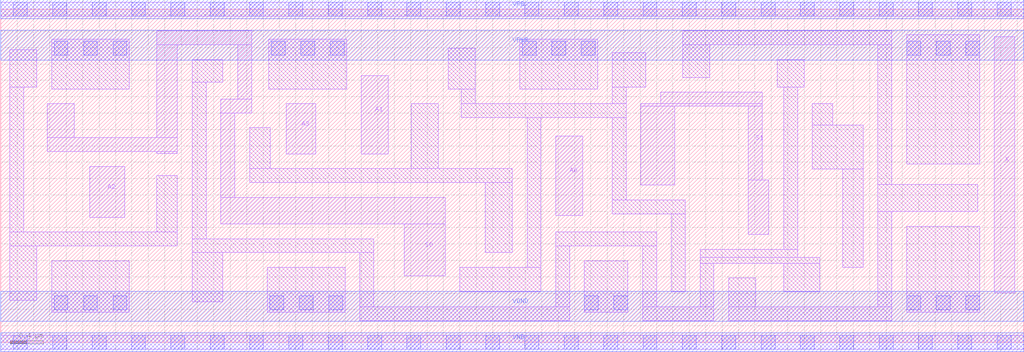
<source format=lef>
# Copyright 2020 The SkyWater PDK Authors
#
# Licensed under the Apache License, Version 2.0 (the "License");
# you may not use this file except in compliance with the License.
# You may obtain a copy of the License at
#
#     https://www.apache.org/licenses/LICENSE-2.0
#
# Unless required by applicable law or agreed to in writing, software
# distributed under the License is distributed on an "AS IS" BASIS,
# WITHOUT WARRANTIES OR CONDITIONS OF ANY KIND, either express or implied.
# See the License for the specific language governing permissions and
# limitations under the License.
#
# SPDX-License-Identifier: Apache-2.0

VERSION 5.7 ;
  NOWIREEXTENSIONATPIN ON ;
  DIVIDERCHAR "/" ;
  BUSBITCHARS "[]" ;
MACRO sky130_fd_sc_hvl__mux4_1
  CLASS CORE ;
  FOREIGN sky130_fd_sc_hvl__mux4_1 ;
  ORIGIN  0.000000  0.000000 ;
  SIZE  12.48000 BY  4.070000 ;
  SYMMETRY X Y ;
  SITE unithv ;
  PIN A0
    ANTENNAGATEAREA  0.420000 ;
    DIRECTION INPUT ;
    USE SIGNAL ;
    PORT
      LAYER li1 ;
        RECT 6.770000 1.550000 7.100000 2.520000 ;
    END
  END A0
  PIN A1
    ANTENNAGATEAREA  0.420000 ;
    DIRECTION INPUT ;
    USE SIGNAL ;
    PORT
      LAYER li1 ;
        RECT 4.400000 2.300000 4.730000 3.260000 ;
    END
  END A1
  PIN A2
    ANTENNAGATEAREA  0.420000 ;
    DIRECTION INPUT ;
    USE SIGNAL ;
    PORT
      LAYER li1 ;
        RECT 1.085000 1.525000 1.515000 2.150000 ;
    END
  END A2
  PIN A3
    ANTENNAGATEAREA  0.420000 ;
    DIRECTION INPUT ;
    USE SIGNAL ;
    PORT
      LAYER li1 ;
        RECT 3.485000 2.300000 3.845000 2.915000 ;
    END
  END A3
  PIN S0
    ANTENNAGATEAREA  1.260000 ;
    DIRECTION INPUT ;
    USE SIGNAL ;
    PORT
      LAYER li1 ;
        RECT 0.565000 2.330000 2.155000 2.500000 ;
        RECT 0.565000 2.500000 0.895000 2.915000 ;
        RECT 1.905000 2.305000 2.155000 2.330000 ;
        RECT 1.905000 2.500000 2.155000 3.635000 ;
        RECT 1.905000 3.635000 3.060000 3.805000 ;
        RECT 2.685000 1.445000 5.420000 1.770000 ;
        RECT 2.685000 1.770000 2.855000 2.800000 ;
        RECT 2.685000 2.800000 3.060000 2.970000 ;
        RECT 2.890000 2.970000 3.060000 3.635000 ;
        RECT 4.925000 0.810000 5.420000 1.445000 ;
    END
  END S0
  PIN S1
    ANTENNAGATEAREA  0.840000 ;
    DIRECTION INPUT ;
    USE SIGNAL ;
    PORT
      LAYER li1 ;
        RECT 7.810000 1.920000 8.220000 2.885000 ;
        RECT 7.810000 2.885000 9.290000 2.915000 ;
        RECT 8.050000 2.915000 9.290000 3.055000 ;
        RECT 9.120000 1.315000 9.370000 1.985000 ;
        RECT 9.120000 1.985000 9.290000 2.885000 ;
    END
  END S1
  PIN X
    ANTENNADIFFAREA  0.596250 ;
    DIRECTION OUTPUT ;
    USE SIGNAL ;
    PORT
      LAYER li1 ;
        RECT 12.120000 0.605000 12.370000 3.735000 ;
    END
  END X
  PIN VGND
    DIRECTION INOUT ;
    USE GROUND ;
    PORT
      LAYER met1 ;
        RECT 0.000000 0.255000 12.480000 0.625000 ;
    END
  END VGND
  PIN VNB
    DIRECTION INOUT ;
    USE GROUND ;
    PORT
      LAYER met1 ;
        RECT 0.000000 -0.115000 12.480000 0.115000 ;
    END
  END VNB
  PIN VPB
    DIRECTION INOUT ;
    USE POWER ;
    PORT
      LAYER met1 ;
        RECT 0.000000 3.955000 12.480000 4.185000 ;
    END
  END VPB
  PIN VPWR
    DIRECTION INOUT ;
    USE POWER ;
    PORT
      LAYER met1 ;
        RECT 0.000000 3.445000 12.480000 3.815000 ;
    END
  END VPWR
  OBS
    LAYER li1 ;
      RECT  0.000000 -0.085000 12.480000 0.085000 ;
      RECT  0.000000  3.985000 12.480000 4.155000 ;
      RECT  0.110000  0.515000  0.440000 1.175000 ;
      RECT  0.110000  1.175000  2.155000 1.345000 ;
      RECT  0.110000  1.345000  0.280000 3.115000 ;
      RECT  0.110000  3.115000  0.440000 3.575000 ;
      RECT  0.620000  0.365000  1.570000 0.995000 ;
      RECT  0.620000  3.095000  1.570000 3.705000 ;
      RECT  1.905000  1.345000  2.155000 2.035000 ;
      RECT  2.335000  0.495000  2.710000 1.095000 ;
      RECT  2.335000  1.095000  4.550000 1.265000 ;
      RECT  2.335000  1.265000  2.505000 3.175000 ;
      RECT  2.335000  3.175000  2.710000 3.455000 ;
      RECT  3.035000  1.950000  6.240000 2.120000 ;
      RECT  3.035000  2.120000  3.285000 2.620000 ;
      RECT  3.250000  0.365000  4.200000 0.915000 ;
      RECT  3.270000  3.095000  4.220000 3.705000 ;
      RECT  4.380000  0.265000  6.940000 0.435000 ;
      RECT  4.380000  0.435000  4.550000 1.095000 ;
      RECT  5.005000  2.120000  5.335000 2.915000 ;
      RECT  5.460000  3.095000  5.790000 3.595000 ;
      RECT  5.600000  0.615000  6.590000 0.915000 ;
      RECT  5.620000  2.745000  7.630000 2.915000 ;
      RECT  5.620000  2.915000  5.790000 3.095000 ;
      RECT  5.910000  1.095000  6.240000 1.950000 ;
      RECT  6.330000  3.095000  7.280000 3.705000 ;
      RECT  6.420000  0.915000  6.590000 2.745000 ;
      RECT  6.770000  0.435000  6.940000 1.175000 ;
      RECT  6.770000  1.175000  8.000000 1.345000 ;
      RECT  7.120000  0.365000  7.650000 0.995000 ;
      RECT  7.460000  1.570000  8.350000 1.740000 ;
      RECT  7.460000  1.740000  7.630000 2.745000 ;
      RECT  7.460000  2.915000  7.630000 3.115000 ;
      RECT  7.460000  3.115000  7.870000 3.535000 ;
      RECT  7.830000  0.265000  8.700000 0.435000 ;
      RECT  7.830000  0.435000  8.000000 1.175000 ;
      RECT  8.180000  0.615000  8.350000 1.570000 ;
      RECT  8.320000  3.235000  8.650000 3.635000 ;
      RECT  8.320000  3.635000 10.870000 3.805000 ;
      RECT  8.530000  0.435000  8.700000 0.965000 ;
      RECT  8.530000  0.965000  9.990000 1.035000 ;
      RECT  8.530000  1.035000  9.720000 1.135000 ;
      RECT  8.880000  0.265000 10.870000 0.435000 ;
      RECT  8.880000  0.435000  9.210000 0.785000 ;
      RECT  9.470000  3.115000  9.800000 3.455000 ;
      RECT  9.550000  0.615000  9.990000 0.965000 ;
      RECT  9.550000  1.135000  9.720000 3.115000 ;
      RECT  9.900000  2.115000 10.520000 2.655000 ;
      RECT  9.900000  2.655000 10.150000 2.915000 ;
      RECT 10.270000  0.915000 10.520000 2.115000 ;
      RECT 10.700000  0.435000 10.870000 1.595000 ;
      RECT 10.700000  1.595000 11.915000 1.925000 ;
      RECT 10.700000  1.925000 10.870000 3.635000 ;
      RECT 11.050000  0.365000 11.940000 1.415000 ;
      RECT 11.050000  2.175000 11.940000 3.755000 ;
    LAYER mcon ;
      RECT  0.155000 -0.085000  0.325000 0.085000 ;
      RECT  0.155000  3.985000  0.325000 4.155000 ;
      RECT  0.635000 -0.085000  0.805000 0.085000 ;
      RECT  0.635000  3.985000  0.805000 4.155000 ;
      RECT  0.650000  0.395000  0.820000 0.565000 ;
      RECT  0.650000  3.505000  0.820000 3.675000 ;
      RECT  1.010000  0.395000  1.180000 0.565000 ;
      RECT  1.010000  3.505000  1.180000 3.675000 ;
      RECT  1.115000 -0.085000  1.285000 0.085000 ;
      RECT  1.115000  3.985000  1.285000 4.155000 ;
      RECT  1.370000  0.395000  1.540000 0.565000 ;
      RECT  1.370000  3.505000  1.540000 3.675000 ;
      RECT  1.595000 -0.085000  1.765000 0.085000 ;
      RECT  1.595000  3.985000  1.765000 4.155000 ;
      RECT  2.075000 -0.085000  2.245000 0.085000 ;
      RECT  2.075000  3.985000  2.245000 4.155000 ;
      RECT  2.555000 -0.085000  2.725000 0.085000 ;
      RECT  2.555000  3.985000  2.725000 4.155000 ;
      RECT  3.035000 -0.085000  3.205000 0.085000 ;
      RECT  3.035000  3.985000  3.205000 4.155000 ;
      RECT  3.280000  0.395000  3.450000 0.565000 ;
      RECT  3.300000  3.505000  3.470000 3.675000 ;
      RECT  3.515000 -0.085000  3.685000 0.085000 ;
      RECT  3.515000  3.985000  3.685000 4.155000 ;
      RECT  3.640000  0.395000  3.810000 0.565000 ;
      RECT  3.660000  3.505000  3.830000 3.675000 ;
      RECT  3.995000 -0.085000  4.165000 0.085000 ;
      RECT  3.995000  3.985000  4.165000 4.155000 ;
      RECT  4.000000  0.395000  4.170000 0.565000 ;
      RECT  4.020000  3.505000  4.190000 3.675000 ;
      RECT  4.475000 -0.085000  4.645000 0.085000 ;
      RECT  4.475000  3.985000  4.645000 4.155000 ;
      RECT  4.955000 -0.085000  5.125000 0.085000 ;
      RECT  4.955000  3.985000  5.125000 4.155000 ;
      RECT  5.435000 -0.085000  5.605000 0.085000 ;
      RECT  5.435000  3.985000  5.605000 4.155000 ;
      RECT  5.915000 -0.085000  6.085000 0.085000 ;
      RECT  5.915000  3.985000  6.085000 4.155000 ;
      RECT  6.360000  3.505000  6.530000 3.675000 ;
      RECT  6.395000 -0.085000  6.565000 0.085000 ;
      RECT  6.395000  3.985000  6.565000 4.155000 ;
      RECT  6.720000  3.505000  6.890000 3.675000 ;
      RECT  6.875000 -0.085000  7.045000 0.085000 ;
      RECT  6.875000  3.985000  7.045000 4.155000 ;
      RECT  7.080000  3.505000  7.250000 3.675000 ;
      RECT  7.120000  0.395000  7.290000 0.565000 ;
      RECT  7.355000 -0.085000  7.525000 0.085000 ;
      RECT  7.355000  3.985000  7.525000 4.155000 ;
      RECT  7.480000  0.395000  7.650000 0.565000 ;
      RECT  7.835000 -0.085000  8.005000 0.085000 ;
      RECT  7.835000  3.985000  8.005000 4.155000 ;
      RECT  8.315000 -0.085000  8.485000 0.085000 ;
      RECT  8.315000  3.985000  8.485000 4.155000 ;
      RECT  8.795000 -0.085000  8.965000 0.085000 ;
      RECT  8.795000  3.985000  8.965000 4.155000 ;
      RECT  9.275000 -0.085000  9.445000 0.085000 ;
      RECT  9.275000  3.985000  9.445000 4.155000 ;
      RECT  9.755000 -0.085000  9.925000 0.085000 ;
      RECT  9.755000  3.985000  9.925000 4.155000 ;
      RECT 10.235000 -0.085000 10.405000 0.085000 ;
      RECT 10.235000  3.985000 10.405000 4.155000 ;
      RECT 10.715000 -0.085000 10.885000 0.085000 ;
      RECT 10.715000  3.985000 10.885000 4.155000 ;
      RECT 11.050000  0.395000 11.220000 0.565000 ;
      RECT 11.050000  3.505000 11.220000 3.675000 ;
      RECT 11.195000 -0.085000 11.365000 0.085000 ;
      RECT 11.195000  3.985000 11.365000 4.155000 ;
      RECT 11.410000  0.395000 11.580000 0.565000 ;
      RECT 11.410000  3.505000 11.580000 3.675000 ;
      RECT 11.675000 -0.085000 11.845000 0.085000 ;
      RECT 11.675000  3.985000 11.845000 4.155000 ;
      RECT 11.770000  0.395000 11.940000 0.565000 ;
      RECT 11.770000  3.505000 11.940000 3.675000 ;
      RECT 12.155000 -0.085000 12.325000 0.085000 ;
      RECT 12.155000  3.985000 12.325000 4.155000 ;
  END
END sky130_fd_sc_hvl__mux4_1
END LIBRARY

</source>
